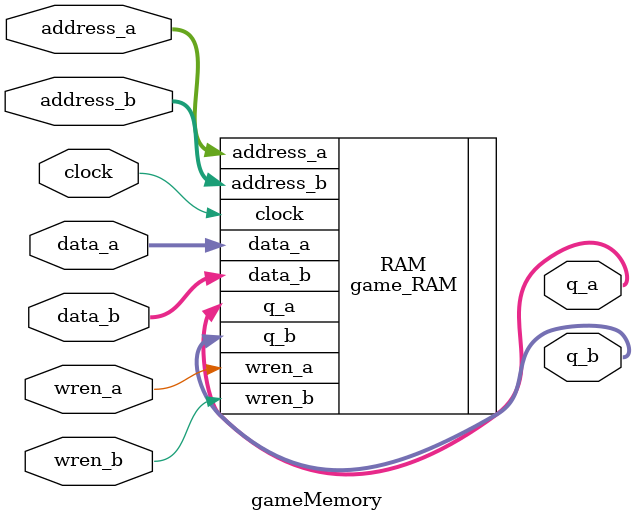
<source format=v>
module gameMemory(clock, wren_a, wren_b, address_a, address_b, data_a, data_b, q_a, q_b);

	input clock, wren_a, wren_b;
	input [31:0] data_a, data_b;
	input [7:0] address_a, address_b;
	
	output [31:0] q_a, q_b;

	
	game_RAM RAM(
	
	.address_a(address_a),
	.address_b(address_b),
	.clock(clock),
	.data_a(data_a),
	.data_b(data_b),
	.wren_a(wren_a),
	.wren_b(wren_b),
	.q_a(q_a),
	.q_b(q_b)
	);

endmodule 
</source>
